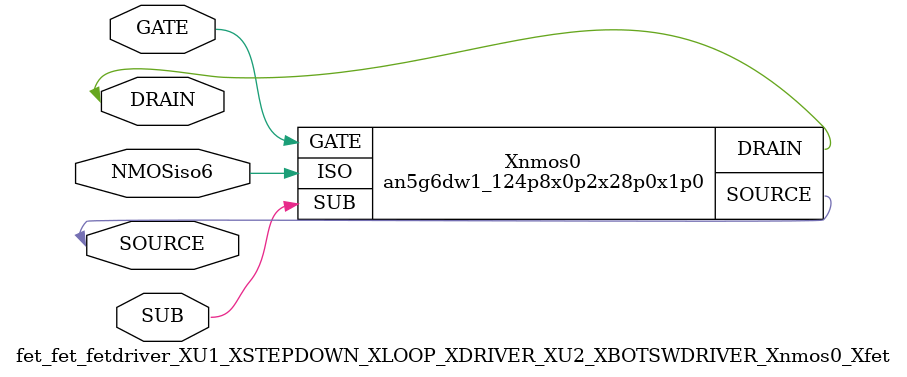
<source format=v>

module an5g6dw1_124p8x0p2x28p0x1p0 (DRAIN,GATE,SOURCE,ISO,SUB);
input GATE;
input ISO;
input SUB;
inout SOURCE;
inout DRAIN;
endmodule

//Celera Confidential Do Not Copy fet_fet_fetdriver_XU1_XSTEPDOWN_XLOOP_XDRIVER_XU2_XBOTSWDRIVER_Xnmos0_Xfet
//Celera Confidential Symbol Generator
//power NMOS:Ron:1.000 Ohm
//Vgs 6V Vds 6V
//Kelvin:no

module fet_fet_fetdriver_XU1_XSTEPDOWN_XLOOP_XDRIVER_XU2_XBOTSWDRIVER_Xnmos0_Xfet (GATE,SOURCE,DRAIN,NMOSiso6,SUB);
input GATE;
inout SOURCE;
inout DRAIN;
input SUB;
input NMOSiso6;

//Celera Confidential Do Not Copy an5g6dw1_124p8x0p2x28p0x1p0
an5g6dw1_124p8x0p2x28p0x1p0 Xnmos0(
.DRAIN (DRAIN),
.GATE (GATE),
.SOURCE (SOURCE),
.ISO (NMOSiso6),
.SUB (SUB)
);
//,diesize,an5g6dw1_124p8x0p2x28p0x1p0

//Celera Confidential Do Not Copy Module End
//Celera Schematic Generator
endmodule

</source>
